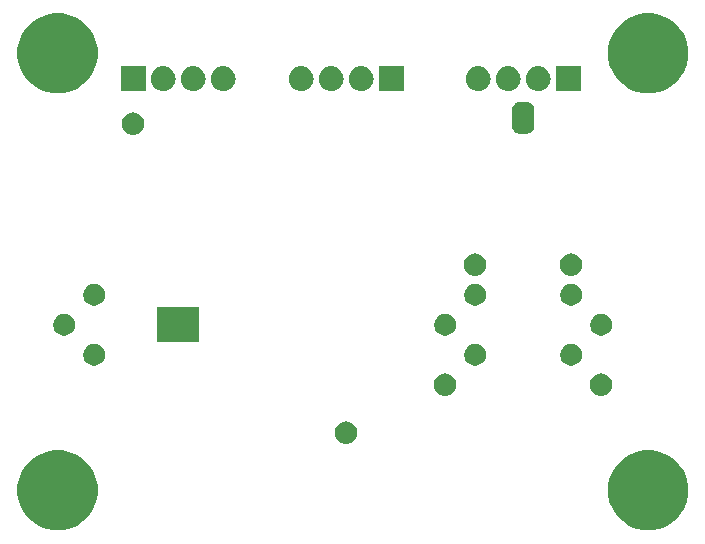
<source format=gbr>
G04 #@! TF.GenerationSoftware,KiCad,Pcbnew,6.0.0-rc1-unknown-r13783-618182dc*
G04 #@! TF.CreationDate,2018-09-26T19:15:08+03:00*
G04 #@! TF.ProjectId,vfd-ps,7666642D70732E6B696361645F706362,A*
G04 #@! TF.SameCoordinates,Original*
G04 #@! TF.FileFunction,Soldermask,Bot*
G04 #@! TF.FilePolarity,Negative*
%FSLAX46Y46*%
G04 Gerber Fmt 4.6, Leading zero omitted, Abs format (unit mm)*
G04 Created by KiCad (PCBNEW 6.0.0-rc1-unknown-r13783-618182dc) date Wed Sep 26 19:15:08 2018*
%MOMM*%
%LPD*%
G01*
G04 APERTURE LIST*
%ADD10C,0.100000*%
G04 APERTURE END LIST*
D10*
G36*
X122991743Y-112730660D02*
X123610503Y-112986958D01*
X124167377Y-113359050D01*
X124640950Y-113832623D01*
X125013042Y-114389497D01*
X125269340Y-115008257D01*
X125400000Y-115665128D01*
X125400000Y-116334872D01*
X125269340Y-116991743D01*
X125013042Y-117610503D01*
X124640950Y-118167377D01*
X124167377Y-118640950D01*
X123610503Y-119013042D01*
X122991743Y-119269340D01*
X122334872Y-119400000D01*
X121665128Y-119400000D01*
X121008257Y-119269340D01*
X120389497Y-119013042D01*
X119832623Y-118640950D01*
X119359050Y-118167377D01*
X118986958Y-117610503D01*
X118730660Y-116991743D01*
X118600000Y-116334872D01*
X118600000Y-115665128D01*
X118730660Y-115008257D01*
X118986958Y-114389497D01*
X119359050Y-113832623D01*
X119832623Y-113359050D01*
X120389497Y-112986958D01*
X121008257Y-112730660D01*
X121665128Y-112600000D01*
X122334872Y-112600000D01*
X122991743Y-112730660D01*
X122991743Y-112730660D01*
G37*
G36*
X172991743Y-112730660D02*
X173610503Y-112986958D01*
X174167377Y-113359050D01*
X174640950Y-113832623D01*
X175013042Y-114389497D01*
X175269340Y-115008257D01*
X175400000Y-115665128D01*
X175400000Y-116334872D01*
X175269340Y-116991743D01*
X175013042Y-117610503D01*
X174640950Y-118167377D01*
X174167377Y-118640950D01*
X173610503Y-119013042D01*
X172991743Y-119269340D01*
X172334872Y-119400000D01*
X171665128Y-119400000D01*
X171008257Y-119269340D01*
X170389497Y-119013042D01*
X169832623Y-118640950D01*
X169359050Y-118167377D01*
X168986958Y-117610503D01*
X168730660Y-116991743D01*
X168600000Y-116334872D01*
X168600000Y-115665128D01*
X168730660Y-115008257D01*
X168986958Y-114389497D01*
X169359050Y-113832623D01*
X169832623Y-113359050D01*
X170389497Y-112986958D01*
X171008257Y-112730660D01*
X171665128Y-112600000D01*
X172334872Y-112600000D01*
X172991743Y-112730660D01*
X172991743Y-112730660D01*
G37*
G36*
X146570451Y-110184127D02*
X146708105Y-110211508D01*
X146880994Y-110283121D01*
X147036590Y-110387087D01*
X147168913Y-110519410D01*
X147272879Y-110675006D01*
X147344492Y-110847895D01*
X147381000Y-111031433D01*
X147381000Y-111218567D01*
X147344492Y-111402105D01*
X147272879Y-111574994D01*
X147168913Y-111730590D01*
X147036590Y-111862913D01*
X146880994Y-111966879D01*
X146708105Y-112038492D01*
X146570452Y-112065873D01*
X146524568Y-112075000D01*
X146337432Y-112075000D01*
X146291548Y-112065873D01*
X146153895Y-112038492D01*
X145981006Y-111966879D01*
X145825410Y-111862913D01*
X145693087Y-111730590D01*
X145589121Y-111574994D01*
X145517508Y-111402105D01*
X145481000Y-111218567D01*
X145481000Y-111031433D01*
X145517508Y-110847895D01*
X145589121Y-110675006D01*
X145693087Y-110519410D01*
X145825410Y-110387087D01*
X145981006Y-110283121D01*
X146153895Y-110211508D01*
X146291549Y-110184127D01*
X146337432Y-110175000D01*
X146524568Y-110175000D01*
X146570451Y-110184127D01*
X146570451Y-110184127D01*
G37*
G36*
X154952451Y-106120127D02*
X155090105Y-106147508D01*
X155262994Y-106219121D01*
X155418590Y-106323087D01*
X155550913Y-106455410D01*
X155654879Y-106611006D01*
X155726492Y-106783895D01*
X155763000Y-106967433D01*
X155763000Y-107154567D01*
X155726492Y-107338105D01*
X155654879Y-107510994D01*
X155550913Y-107666590D01*
X155418590Y-107798913D01*
X155262994Y-107902879D01*
X155090105Y-107974492D01*
X154952451Y-108001873D01*
X154906568Y-108011000D01*
X154719432Y-108011000D01*
X154673549Y-108001873D01*
X154535895Y-107974492D01*
X154363006Y-107902879D01*
X154207410Y-107798913D01*
X154075087Y-107666590D01*
X153971121Y-107510994D01*
X153899508Y-107338105D01*
X153863000Y-107154567D01*
X153863000Y-106967433D01*
X153899508Y-106783895D01*
X153971121Y-106611006D01*
X154075087Y-106455410D01*
X154207410Y-106323087D01*
X154363006Y-106219121D01*
X154535895Y-106147508D01*
X154673548Y-106120127D01*
X154719432Y-106111000D01*
X154906568Y-106111000D01*
X154952451Y-106120127D01*
X154952451Y-106120127D01*
G37*
G36*
X168160451Y-106120127D02*
X168298105Y-106147508D01*
X168470994Y-106219121D01*
X168626590Y-106323087D01*
X168758913Y-106455410D01*
X168862879Y-106611006D01*
X168934492Y-106783895D01*
X168971000Y-106967433D01*
X168971000Y-107154567D01*
X168934492Y-107338105D01*
X168862879Y-107510994D01*
X168758913Y-107666590D01*
X168626590Y-107798913D01*
X168470994Y-107902879D01*
X168298105Y-107974492D01*
X168160451Y-108001873D01*
X168114568Y-108011000D01*
X167927432Y-108011000D01*
X167881549Y-108001873D01*
X167743895Y-107974492D01*
X167571006Y-107902879D01*
X167415410Y-107798913D01*
X167283087Y-107666590D01*
X167179121Y-107510994D01*
X167107508Y-107338105D01*
X167071000Y-107154567D01*
X167071000Y-106967433D01*
X167107508Y-106783895D01*
X167179121Y-106611006D01*
X167283087Y-106455410D01*
X167415410Y-106323087D01*
X167571006Y-106219121D01*
X167743895Y-106147508D01*
X167881548Y-106120127D01*
X167927432Y-106111000D01*
X168114568Y-106111000D01*
X168160451Y-106120127D01*
X168160451Y-106120127D01*
G37*
G36*
X157621353Y-103636355D02*
X157788784Y-103705707D01*
X157939466Y-103806390D01*
X158067610Y-103934534D01*
X158168293Y-104085216D01*
X158237645Y-104252647D01*
X158273000Y-104430387D01*
X158273000Y-104611613D01*
X158237645Y-104789353D01*
X158168293Y-104956784D01*
X158067610Y-105107466D01*
X157939466Y-105235610D01*
X157788784Y-105336293D01*
X157621353Y-105405645D01*
X157443613Y-105441000D01*
X157262387Y-105441000D01*
X157084647Y-105405645D01*
X156917216Y-105336293D01*
X156766534Y-105235610D01*
X156638390Y-105107466D01*
X156537707Y-104956784D01*
X156468355Y-104789353D01*
X156433000Y-104611613D01*
X156433000Y-104430387D01*
X156468355Y-104252647D01*
X156537707Y-104085216D01*
X156638390Y-103934534D01*
X156766534Y-103806390D01*
X156917216Y-103705707D01*
X157084647Y-103636355D01*
X157262387Y-103601000D01*
X157443613Y-103601000D01*
X157621353Y-103636355D01*
X157621353Y-103636355D01*
G37*
G36*
X165749353Y-103636355D02*
X165916784Y-103705707D01*
X166067466Y-103806390D01*
X166195610Y-103934534D01*
X166296293Y-104085216D01*
X166365645Y-104252647D01*
X166401000Y-104430387D01*
X166401000Y-104611613D01*
X166365645Y-104789353D01*
X166296293Y-104956784D01*
X166195610Y-105107466D01*
X166067466Y-105235610D01*
X165916784Y-105336293D01*
X165749353Y-105405645D01*
X165571613Y-105441000D01*
X165390387Y-105441000D01*
X165212647Y-105405645D01*
X165045216Y-105336293D01*
X164894534Y-105235610D01*
X164766390Y-105107466D01*
X164665707Y-104956784D01*
X164596355Y-104789353D01*
X164561000Y-104611613D01*
X164561000Y-104430387D01*
X164596355Y-104252647D01*
X164665707Y-104085216D01*
X164766390Y-103934534D01*
X164894534Y-103806390D01*
X165045216Y-103705707D01*
X165212647Y-103636355D01*
X165390387Y-103601000D01*
X165571613Y-103601000D01*
X165749353Y-103636355D01*
X165749353Y-103636355D01*
G37*
G36*
X125363353Y-103636355D02*
X125530784Y-103705707D01*
X125681466Y-103806390D01*
X125809610Y-103934534D01*
X125910293Y-104085216D01*
X125979645Y-104252647D01*
X126015000Y-104430387D01*
X126015000Y-104611613D01*
X125979645Y-104789353D01*
X125910293Y-104956784D01*
X125809610Y-105107466D01*
X125681466Y-105235610D01*
X125530784Y-105336293D01*
X125363353Y-105405645D01*
X125185613Y-105441000D01*
X125004387Y-105441000D01*
X124826647Y-105405645D01*
X124659216Y-105336293D01*
X124508534Y-105235610D01*
X124380390Y-105107466D01*
X124279707Y-104956784D01*
X124210355Y-104789353D01*
X124175000Y-104611613D01*
X124175000Y-104430387D01*
X124210355Y-104252647D01*
X124279707Y-104085216D01*
X124380390Y-103934534D01*
X124508534Y-103806390D01*
X124659216Y-103705707D01*
X124826647Y-103636355D01*
X125004387Y-103601000D01*
X125185613Y-103601000D01*
X125363353Y-103636355D01*
X125363353Y-103636355D01*
G37*
G36*
X133957000Y-103481000D02*
X130457000Y-103481000D01*
X130457000Y-100481000D01*
X133957000Y-100481000D01*
X133957000Y-103481000D01*
X133957000Y-103481000D01*
G37*
G36*
X168289353Y-101096355D02*
X168456784Y-101165707D01*
X168607466Y-101266390D01*
X168735610Y-101394534D01*
X168836293Y-101545216D01*
X168905645Y-101712647D01*
X168941000Y-101890387D01*
X168941000Y-102071613D01*
X168905645Y-102249353D01*
X168836293Y-102416784D01*
X168735610Y-102567466D01*
X168607466Y-102695610D01*
X168456784Y-102796293D01*
X168289353Y-102865645D01*
X168111613Y-102901000D01*
X167930387Y-102901000D01*
X167752647Y-102865645D01*
X167585216Y-102796293D01*
X167434534Y-102695610D01*
X167306390Y-102567466D01*
X167205707Y-102416784D01*
X167136355Y-102249353D01*
X167101000Y-102071613D01*
X167101000Y-101890387D01*
X167136355Y-101712647D01*
X167205707Y-101545216D01*
X167306390Y-101394534D01*
X167434534Y-101266390D01*
X167585216Y-101165707D01*
X167752647Y-101096355D01*
X167930387Y-101061000D01*
X168111613Y-101061000D01*
X168289353Y-101096355D01*
X168289353Y-101096355D01*
G37*
G36*
X122823353Y-101096355D02*
X122990784Y-101165707D01*
X123141466Y-101266390D01*
X123269610Y-101394534D01*
X123370293Y-101545216D01*
X123439645Y-101712647D01*
X123475000Y-101890387D01*
X123475000Y-102071613D01*
X123439645Y-102249353D01*
X123370293Y-102416784D01*
X123269610Y-102567466D01*
X123141466Y-102695610D01*
X122990784Y-102796293D01*
X122823353Y-102865645D01*
X122645613Y-102901000D01*
X122464387Y-102901000D01*
X122286647Y-102865645D01*
X122119216Y-102796293D01*
X121968534Y-102695610D01*
X121840390Y-102567466D01*
X121739707Y-102416784D01*
X121670355Y-102249353D01*
X121635000Y-102071613D01*
X121635000Y-101890387D01*
X121670355Y-101712647D01*
X121739707Y-101545216D01*
X121840390Y-101394534D01*
X121968534Y-101266390D01*
X122119216Y-101165707D01*
X122286647Y-101096355D01*
X122464387Y-101061000D01*
X122645613Y-101061000D01*
X122823353Y-101096355D01*
X122823353Y-101096355D01*
G37*
G36*
X155081353Y-101096355D02*
X155248784Y-101165707D01*
X155399466Y-101266390D01*
X155527610Y-101394534D01*
X155628293Y-101545216D01*
X155697645Y-101712647D01*
X155733000Y-101890387D01*
X155733000Y-102071613D01*
X155697645Y-102249353D01*
X155628293Y-102416784D01*
X155527610Y-102567466D01*
X155399466Y-102695610D01*
X155248784Y-102796293D01*
X155081353Y-102865645D01*
X154903613Y-102901000D01*
X154722387Y-102901000D01*
X154544647Y-102865645D01*
X154377216Y-102796293D01*
X154226534Y-102695610D01*
X154098390Y-102567466D01*
X153997707Y-102416784D01*
X153928355Y-102249353D01*
X153893000Y-102071613D01*
X153893000Y-101890387D01*
X153928355Y-101712647D01*
X153997707Y-101545216D01*
X154098390Y-101394534D01*
X154226534Y-101266390D01*
X154377216Y-101165707D01*
X154544647Y-101096355D01*
X154722387Y-101061000D01*
X154903613Y-101061000D01*
X155081353Y-101096355D01*
X155081353Y-101096355D01*
G37*
G36*
X125363353Y-98556355D02*
X125530784Y-98625707D01*
X125681466Y-98726390D01*
X125809610Y-98854534D01*
X125910293Y-99005216D01*
X125979645Y-99172647D01*
X126015000Y-99350387D01*
X126015000Y-99531613D01*
X125979645Y-99709353D01*
X125910293Y-99876784D01*
X125809610Y-100027466D01*
X125681466Y-100155610D01*
X125530784Y-100256293D01*
X125363353Y-100325645D01*
X125185613Y-100361000D01*
X125004387Y-100361000D01*
X124826647Y-100325645D01*
X124659216Y-100256293D01*
X124508534Y-100155610D01*
X124380390Y-100027466D01*
X124279707Y-99876784D01*
X124210355Y-99709353D01*
X124175000Y-99531613D01*
X124175000Y-99350387D01*
X124210355Y-99172647D01*
X124279707Y-99005216D01*
X124380390Y-98854534D01*
X124508534Y-98726390D01*
X124659216Y-98625707D01*
X124826647Y-98556355D01*
X125004387Y-98521000D01*
X125185613Y-98521000D01*
X125363353Y-98556355D01*
X125363353Y-98556355D01*
G37*
G36*
X157621353Y-98556355D02*
X157788784Y-98625707D01*
X157939466Y-98726390D01*
X158067610Y-98854534D01*
X158168293Y-99005216D01*
X158237645Y-99172647D01*
X158273000Y-99350387D01*
X158273000Y-99531613D01*
X158237645Y-99709353D01*
X158168293Y-99876784D01*
X158067610Y-100027466D01*
X157939466Y-100155610D01*
X157788784Y-100256293D01*
X157621353Y-100325645D01*
X157443613Y-100361000D01*
X157262387Y-100361000D01*
X157084647Y-100325645D01*
X156917216Y-100256293D01*
X156766534Y-100155610D01*
X156638390Y-100027466D01*
X156537707Y-99876784D01*
X156468355Y-99709353D01*
X156433000Y-99531613D01*
X156433000Y-99350387D01*
X156468355Y-99172647D01*
X156537707Y-99005216D01*
X156638390Y-98854534D01*
X156766534Y-98726390D01*
X156917216Y-98625707D01*
X157084647Y-98556355D01*
X157262387Y-98521000D01*
X157443613Y-98521000D01*
X157621353Y-98556355D01*
X157621353Y-98556355D01*
G37*
G36*
X165749353Y-98556355D02*
X165916784Y-98625707D01*
X166067466Y-98726390D01*
X166195610Y-98854534D01*
X166296293Y-99005216D01*
X166365645Y-99172647D01*
X166401000Y-99350387D01*
X166401000Y-99531613D01*
X166365645Y-99709353D01*
X166296293Y-99876784D01*
X166195610Y-100027466D01*
X166067466Y-100155610D01*
X165916784Y-100256293D01*
X165749353Y-100325645D01*
X165571613Y-100361000D01*
X165390387Y-100361000D01*
X165212647Y-100325645D01*
X165045216Y-100256293D01*
X164894534Y-100155610D01*
X164766390Y-100027466D01*
X164665707Y-99876784D01*
X164596355Y-99709353D01*
X164561000Y-99531613D01*
X164561000Y-99350387D01*
X164596355Y-99172647D01*
X164665707Y-99005216D01*
X164766390Y-98854534D01*
X164894534Y-98726390D01*
X165045216Y-98625707D01*
X165212647Y-98556355D01*
X165390387Y-98521000D01*
X165571613Y-98521000D01*
X165749353Y-98556355D01*
X165749353Y-98556355D01*
G37*
G36*
X157492452Y-95960127D02*
X157630105Y-95987508D01*
X157802994Y-96059121D01*
X157958590Y-96163087D01*
X158090913Y-96295410D01*
X158194879Y-96451006D01*
X158266492Y-96623895D01*
X158303000Y-96807433D01*
X158303000Y-96994567D01*
X158266492Y-97178105D01*
X158194879Y-97350994D01*
X158090913Y-97506590D01*
X157958590Y-97638913D01*
X157802994Y-97742879D01*
X157630105Y-97814492D01*
X157492452Y-97841873D01*
X157446568Y-97851000D01*
X157259432Y-97851000D01*
X157213548Y-97841873D01*
X157075895Y-97814492D01*
X156903006Y-97742879D01*
X156747410Y-97638913D01*
X156615087Y-97506590D01*
X156511121Y-97350994D01*
X156439508Y-97178105D01*
X156403000Y-96994567D01*
X156403000Y-96807433D01*
X156439508Y-96623895D01*
X156511121Y-96451006D01*
X156615087Y-96295410D01*
X156747410Y-96163087D01*
X156903006Y-96059121D01*
X157075895Y-95987508D01*
X157213548Y-95960127D01*
X157259432Y-95951000D01*
X157446568Y-95951000D01*
X157492452Y-95960127D01*
X157492452Y-95960127D01*
G37*
G36*
X165620452Y-95960127D02*
X165758105Y-95987508D01*
X165930994Y-96059121D01*
X166086590Y-96163087D01*
X166218913Y-96295410D01*
X166322879Y-96451006D01*
X166394492Y-96623895D01*
X166431000Y-96807433D01*
X166431000Y-96994567D01*
X166394492Y-97178105D01*
X166322879Y-97350994D01*
X166218913Y-97506590D01*
X166086590Y-97638913D01*
X165930994Y-97742879D01*
X165758105Y-97814492D01*
X165620452Y-97841873D01*
X165574568Y-97851000D01*
X165387432Y-97851000D01*
X165341548Y-97841873D01*
X165203895Y-97814492D01*
X165031006Y-97742879D01*
X164875410Y-97638913D01*
X164743087Y-97506590D01*
X164639121Y-97350994D01*
X164567508Y-97178105D01*
X164531000Y-96994567D01*
X164531000Y-96807433D01*
X164567508Y-96623895D01*
X164639121Y-96451006D01*
X164743087Y-96295410D01*
X164875410Y-96163087D01*
X165031006Y-96059121D01*
X165203895Y-95987508D01*
X165341548Y-95960127D01*
X165387432Y-95951000D01*
X165574568Y-95951000D01*
X165620452Y-95960127D01*
X165620452Y-95960127D01*
G37*
G36*
X128536452Y-84022127D02*
X128674105Y-84049508D01*
X128846994Y-84121121D01*
X129002590Y-84225087D01*
X129134913Y-84357410D01*
X129238879Y-84513006D01*
X129310492Y-84685895D01*
X129347000Y-84869433D01*
X129347000Y-85056567D01*
X129310492Y-85240105D01*
X129238879Y-85412994D01*
X129134913Y-85568590D01*
X129002590Y-85700913D01*
X128846994Y-85804879D01*
X128674105Y-85876492D01*
X128536452Y-85903873D01*
X128490568Y-85913000D01*
X128303432Y-85913000D01*
X128257549Y-85903873D01*
X128119895Y-85876492D01*
X127947006Y-85804879D01*
X127791410Y-85700913D01*
X127659087Y-85568590D01*
X127555121Y-85412994D01*
X127483508Y-85240105D01*
X127447000Y-85056567D01*
X127447000Y-84869433D01*
X127483508Y-84685895D01*
X127555121Y-84513006D01*
X127659087Y-84357410D01*
X127791410Y-84225087D01*
X127947006Y-84121121D01*
X128119895Y-84049508D01*
X128257548Y-84022127D01*
X128303432Y-84013000D01*
X128490568Y-84013000D01*
X128536452Y-84022127D01*
X128536452Y-84022127D01*
G37*
G36*
X161679197Y-83105233D02*
X161691449Y-83105835D01*
X161709869Y-83105835D01*
X161761358Y-83110906D01*
X161845443Y-83127632D01*
X161879168Y-83137862D01*
X161889048Y-83140859D01*
X161889050Y-83140860D01*
X161894955Y-83142651D01*
X161974164Y-83175460D01*
X162019787Y-83199846D01*
X162091082Y-83247484D01*
X162131076Y-83280306D01*
X162191694Y-83340924D01*
X162224516Y-83380918D01*
X162272154Y-83452213D01*
X162296540Y-83497836D01*
X162329349Y-83577045D01*
X162344368Y-83626557D01*
X162361094Y-83710642D01*
X162366165Y-83762131D01*
X162366165Y-83780551D01*
X162366767Y-83792803D01*
X162368573Y-83811140D01*
X162368573Y-84298860D01*
X162364107Y-84344203D01*
X162364106Y-84344206D01*
X162364106Y-84344207D01*
X162360101Y-84357410D01*
X162352668Y-84381913D01*
X162345097Y-84396078D01*
X162335720Y-84418717D01*
X162330940Y-84442750D01*
X162330940Y-84467255D01*
X162335721Y-84491288D01*
X162345097Y-84513922D01*
X162352668Y-84528087D01*
X162364107Y-84565797D01*
X162368573Y-84611140D01*
X162368573Y-85098860D01*
X162366767Y-85117197D01*
X162366165Y-85129449D01*
X162366165Y-85147869D01*
X162361094Y-85199358D01*
X162344368Y-85283443D01*
X162329349Y-85332955D01*
X162296540Y-85412164D01*
X162272154Y-85457787D01*
X162224516Y-85529082D01*
X162191694Y-85569076D01*
X162131076Y-85629694D01*
X162091082Y-85662516D01*
X162019787Y-85710154D01*
X161974164Y-85734540D01*
X161894955Y-85767349D01*
X161889050Y-85769140D01*
X161889048Y-85769141D01*
X161879168Y-85772138D01*
X161845443Y-85782368D01*
X161761358Y-85799094D01*
X161709869Y-85804165D01*
X161691449Y-85804165D01*
X161679197Y-85804767D01*
X161660860Y-85806573D01*
X161173140Y-85806573D01*
X161154803Y-85804767D01*
X161142551Y-85804165D01*
X161124131Y-85804165D01*
X161072642Y-85799094D01*
X160988557Y-85782368D01*
X160954832Y-85772138D01*
X160944952Y-85769141D01*
X160944950Y-85769140D01*
X160939045Y-85767349D01*
X160859836Y-85734540D01*
X160814213Y-85710154D01*
X160742918Y-85662516D01*
X160702924Y-85629694D01*
X160642306Y-85569076D01*
X160609484Y-85529082D01*
X160561846Y-85457787D01*
X160537460Y-85412164D01*
X160504651Y-85332955D01*
X160489632Y-85283443D01*
X160472906Y-85199358D01*
X160467835Y-85147869D01*
X160467835Y-85129449D01*
X160467233Y-85117197D01*
X160465427Y-85098860D01*
X160465427Y-84611140D01*
X160469893Y-84565797D01*
X160481332Y-84528087D01*
X160488903Y-84513922D01*
X160498280Y-84491283D01*
X160503060Y-84467250D01*
X160503060Y-84442745D01*
X160498279Y-84418712D01*
X160488903Y-84396078D01*
X160481332Y-84381913D01*
X160473899Y-84357410D01*
X160469894Y-84344207D01*
X160469894Y-84344206D01*
X160469893Y-84344203D01*
X160465427Y-84298860D01*
X160465427Y-83811140D01*
X160467233Y-83792803D01*
X160467835Y-83780551D01*
X160467835Y-83762131D01*
X160472906Y-83710642D01*
X160489632Y-83626557D01*
X160504651Y-83577045D01*
X160537460Y-83497836D01*
X160561846Y-83452213D01*
X160609484Y-83380918D01*
X160642306Y-83340924D01*
X160702924Y-83280306D01*
X160742918Y-83247484D01*
X160814213Y-83199846D01*
X160859836Y-83175460D01*
X160939045Y-83142651D01*
X160944950Y-83140860D01*
X160944952Y-83140859D01*
X160954832Y-83137862D01*
X160988557Y-83127632D01*
X161072642Y-83110906D01*
X161124131Y-83105835D01*
X161142551Y-83105835D01*
X161154803Y-83105233D01*
X161173140Y-83103427D01*
X161660860Y-83103427D01*
X161679197Y-83105233D01*
X161679197Y-83105233D01*
G37*
G36*
X122991743Y-75730660D02*
X123610503Y-75986958D01*
X124167377Y-76359050D01*
X124640950Y-76832623D01*
X125013042Y-77389497D01*
X125269340Y-78008257D01*
X125400000Y-78665128D01*
X125400000Y-79334872D01*
X125269340Y-79991743D01*
X125013042Y-80610503D01*
X124640950Y-81167377D01*
X124167377Y-81640950D01*
X123610503Y-82013042D01*
X122991743Y-82269340D01*
X122334872Y-82400000D01*
X121665128Y-82400000D01*
X121008257Y-82269340D01*
X120389497Y-82013042D01*
X119832623Y-81640950D01*
X119359050Y-81167377D01*
X118986958Y-80610503D01*
X118730660Y-79991743D01*
X118600000Y-79334872D01*
X118600000Y-78665128D01*
X118730660Y-78008257D01*
X118986958Y-77389497D01*
X119359050Y-76832623D01*
X119832623Y-76359050D01*
X120389497Y-75986958D01*
X121008257Y-75730660D01*
X121665128Y-75600000D01*
X122334872Y-75600000D01*
X122991743Y-75730660D01*
X122991743Y-75730660D01*
G37*
G36*
X172991743Y-75730660D02*
X173610503Y-75986958D01*
X174167377Y-76359050D01*
X174640950Y-76832623D01*
X175013042Y-77389497D01*
X175269340Y-78008257D01*
X175400000Y-78665128D01*
X175400000Y-79334872D01*
X175269340Y-79991743D01*
X175013042Y-80610503D01*
X174640950Y-81167377D01*
X174167377Y-81640950D01*
X173610503Y-82013042D01*
X172991743Y-82269340D01*
X172334872Y-82400000D01*
X171665128Y-82400000D01*
X171008257Y-82269340D01*
X170389497Y-82013042D01*
X169832623Y-81640950D01*
X169359050Y-81167377D01*
X168986958Y-80610503D01*
X168730660Y-79991743D01*
X168600000Y-79334872D01*
X168600000Y-78665128D01*
X168730660Y-78008257D01*
X168986958Y-77389497D01*
X169359050Y-76832623D01*
X169832623Y-76359050D01*
X170389497Y-75986958D01*
X171008257Y-75730660D01*
X171665128Y-75600000D01*
X172334872Y-75600000D01*
X172991743Y-75730660D01*
X172991743Y-75730660D01*
G37*
G36*
X129447000Y-82203000D02*
X127347000Y-82203000D01*
X127347000Y-80103000D01*
X129447000Y-80103000D01*
X129447000Y-82203000D01*
X129447000Y-82203000D01*
G37*
G36*
X131065707Y-80110596D02*
X131142836Y-80118193D01*
X131274787Y-80158220D01*
X131340763Y-80178233D01*
X131523172Y-80275733D01*
X131683054Y-80406946D01*
X131814267Y-80566828D01*
X131911767Y-80749237D01*
X131931780Y-80815213D01*
X131971807Y-80947164D01*
X131992080Y-81153000D01*
X131971807Y-81358836D01*
X131941394Y-81459095D01*
X131911767Y-81556763D01*
X131814267Y-81739172D01*
X131683054Y-81899054D01*
X131523172Y-82030267D01*
X131340763Y-82127767D01*
X131274787Y-82147780D01*
X131142836Y-82187807D01*
X131065707Y-82195403D01*
X130988580Y-82203000D01*
X130885420Y-82203000D01*
X130808293Y-82195403D01*
X130731164Y-82187807D01*
X130599213Y-82147780D01*
X130533237Y-82127767D01*
X130350828Y-82030267D01*
X130190946Y-81899054D01*
X130059733Y-81739172D01*
X129962233Y-81556763D01*
X129932606Y-81459095D01*
X129902193Y-81358836D01*
X129881920Y-81153000D01*
X129902193Y-80947164D01*
X129942220Y-80815213D01*
X129962233Y-80749237D01*
X130059733Y-80566828D01*
X130190946Y-80406946D01*
X130350828Y-80275733D01*
X130533237Y-80178233D01*
X130599213Y-80158220D01*
X130731164Y-80118193D01*
X130808293Y-80110596D01*
X130885420Y-80103000D01*
X130988580Y-80103000D01*
X131065707Y-80110596D01*
X131065707Y-80110596D01*
G37*
G36*
X133605707Y-80110596D02*
X133682836Y-80118193D01*
X133814787Y-80158220D01*
X133880763Y-80178233D01*
X134063172Y-80275733D01*
X134223054Y-80406946D01*
X134354267Y-80566828D01*
X134451767Y-80749237D01*
X134471780Y-80815213D01*
X134511807Y-80947164D01*
X134532080Y-81153000D01*
X134511807Y-81358836D01*
X134481394Y-81459095D01*
X134451767Y-81556763D01*
X134354267Y-81739172D01*
X134223054Y-81899054D01*
X134063172Y-82030267D01*
X133880763Y-82127767D01*
X133814787Y-82147780D01*
X133682836Y-82187807D01*
X133605707Y-82195403D01*
X133528580Y-82203000D01*
X133425420Y-82203000D01*
X133348293Y-82195403D01*
X133271164Y-82187807D01*
X133139213Y-82147780D01*
X133073237Y-82127767D01*
X132890828Y-82030267D01*
X132730946Y-81899054D01*
X132599733Y-81739172D01*
X132502233Y-81556763D01*
X132472606Y-81459095D01*
X132442193Y-81358836D01*
X132421920Y-81153000D01*
X132442193Y-80947164D01*
X132482220Y-80815213D01*
X132502233Y-80749237D01*
X132599733Y-80566828D01*
X132730946Y-80406946D01*
X132890828Y-80275733D01*
X133073237Y-80178233D01*
X133139213Y-80158220D01*
X133271164Y-80118193D01*
X133348293Y-80110596D01*
X133425420Y-80103000D01*
X133528580Y-80103000D01*
X133605707Y-80110596D01*
X133605707Y-80110596D01*
G37*
G36*
X142749707Y-80110596D02*
X142826836Y-80118193D01*
X142958787Y-80158220D01*
X143024763Y-80178233D01*
X143207172Y-80275733D01*
X143367054Y-80406946D01*
X143498267Y-80566828D01*
X143595767Y-80749237D01*
X143615780Y-80815213D01*
X143655807Y-80947164D01*
X143676080Y-81153000D01*
X143655807Y-81358836D01*
X143625394Y-81459095D01*
X143595767Y-81556763D01*
X143498267Y-81739172D01*
X143367054Y-81899054D01*
X143207172Y-82030267D01*
X143024763Y-82127767D01*
X142958787Y-82147780D01*
X142826836Y-82187807D01*
X142749707Y-82195403D01*
X142672580Y-82203000D01*
X142569420Y-82203000D01*
X142492293Y-82195403D01*
X142415164Y-82187807D01*
X142283213Y-82147780D01*
X142217237Y-82127767D01*
X142034828Y-82030267D01*
X141874946Y-81899054D01*
X141743733Y-81739172D01*
X141646233Y-81556763D01*
X141616606Y-81459095D01*
X141586193Y-81358836D01*
X141565920Y-81153000D01*
X141586193Y-80947164D01*
X141626220Y-80815213D01*
X141646233Y-80749237D01*
X141743733Y-80566828D01*
X141874946Y-80406946D01*
X142034828Y-80275733D01*
X142217237Y-80178233D01*
X142283213Y-80158220D01*
X142415164Y-80118193D01*
X142492293Y-80110596D01*
X142569420Y-80103000D01*
X142672580Y-80103000D01*
X142749707Y-80110596D01*
X142749707Y-80110596D01*
G37*
G36*
X166277000Y-82203000D02*
X164177000Y-82203000D01*
X164177000Y-80103000D01*
X166277000Y-80103000D01*
X166277000Y-82203000D01*
X166277000Y-82203000D01*
G37*
G36*
X145289707Y-80110596D02*
X145366836Y-80118193D01*
X145498787Y-80158220D01*
X145564763Y-80178233D01*
X145747172Y-80275733D01*
X145907054Y-80406946D01*
X146038267Y-80566828D01*
X146135767Y-80749237D01*
X146155780Y-80815213D01*
X146195807Y-80947164D01*
X146216080Y-81153000D01*
X146195807Y-81358836D01*
X146165394Y-81459095D01*
X146135767Y-81556763D01*
X146038267Y-81739172D01*
X145907054Y-81899054D01*
X145747172Y-82030267D01*
X145564763Y-82127767D01*
X145498787Y-82147780D01*
X145366836Y-82187807D01*
X145289707Y-82195403D01*
X145212580Y-82203000D01*
X145109420Y-82203000D01*
X145032293Y-82195403D01*
X144955164Y-82187807D01*
X144823213Y-82147780D01*
X144757237Y-82127767D01*
X144574828Y-82030267D01*
X144414946Y-81899054D01*
X144283733Y-81739172D01*
X144186233Y-81556763D01*
X144156606Y-81459095D01*
X144126193Y-81358836D01*
X144105920Y-81153000D01*
X144126193Y-80947164D01*
X144166220Y-80815213D01*
X144186233Y-80749237D01*
X144283733Y-80566828D01*
X144414946Y-80406946D01*
X144574828Y-80275733D01*
X144757237Y-80178233D01*
X144823213Y-80158220D01*
X144955164Y-80118193D01*
X145032293Y-80110596D01*
X145109420Y-80103000D01*
X145212580Y-80103000D01*
X145289707Y-80110596D01*
X145289707Y-80110596D01*
G37*
G36*
X147829707Y-80110596D02*
X147906836Y-80118193D01*
X148038787Y-80158220D01*
X148104763Y-80178233D01*
X148287172Y-80275733D01*
X148447054Y-80406946D01*
X148578267Y-80566828D01*
X148675767Y-80749237D01*
X148695780Y-80815213D01*
X148735807Y-80947164D01*
X148756080Y-81153000D01*
X148735807Y-81358836D01*
X148705394Y-81459095D01*
X148675767Y-81556763D01*
X148578267Y-81739172D01*
X148447054Y-81899054D01*
X148287172Y-82030267D01*
X148104763Y-82127767D01*
X148038787Y-82147780D01*
X147906836Y-82187807D01*
X147829707Y-82195403D01*
X147752580Y-82203000D01*
X147649420Y-82203000D01*
X147572293Y-82195403D01*
X147495164Y-82187807D01*
X147363213Y-82147780D01*
X147297237Y-82127767D01*
X147114828Y-82030267D01*
X146954946Y-81899054D01*
X146823733Y-81739172D01*
X146726233Y-81556763D01*
X146696606Y-81459095D01*
X146666193Y-81358836D01*
X146645920Y-81153000D01*
X146666193Y-80947164D01*
X146706220Y-80815213D01*
X146726233Y-80749237D01*
X146823733Y-80566828D01*
X146954946Y-80406946D01*
X147114828Y-80275733D01*
X147297237Y-80178233D01*
X147363213Y-80158220D01*
X147495164Y-80118193D01*
X147572293Y-80110596D01*
X147649420Y-80103000D01*
X147752580Y-80103000D01*
X147829707Y-80110596D01*
X147829707Y-80110596D01*
G37*
G36*
X151291000Y-82203000D02*
X149191000Y-82203000D01*
X149191000Y-80103000D01*
X151291000Y-80103000D01*
X151291000Y-82203000D01*
X151291000Y-82203000D01*
G37*
G36*
X157735707Y-80110596D02*
X157812836Y-80118193D01*
X157944787Y-80158220D01*
X158010763Y-80178233D01*
X158193172Y-80275733D01*
X158353054Y-80406946D01*
X158484267Y-80566828D01*
X158581767Y-80749237D01*
X158601780Y-80815213D01*
X158641807Y-80947164D01*
X158662080Y-81153000D01*
X158641807Y-81358836D01*
X158611394Y-81459095D01*
X158581767Y-81556763D01*
X158484267Y-81739172D01*
X158353054Y-81899054D01*
X158193172Y-82030267D01*
X158010763Y-82127767D01*
X157944787Y-82147780D01*
X157812836Y-82187807D01*
X157735707Y-82195403D01*
X157658580Y-82203000D01*
X157555420Y-82203000D01*
X157478293Y-82195403D01*
X157401164Y-82187807D01*
X157269213Y-82147780D01*
X157203237Y-82127767D01*
X157020828Y-82030267D01*
X156860946Y-81899054D01*
X156729733Y-81739172D01*
X156632233Y-81556763D01*
X156602606Y-81459095D01*
X156572193Y-81358836D01*
X156551920Y-81153000D01*
X156572193Y-80947164D01*
X156612220Y-80815213D01*
X156632233Y-80749237D01*
X156729733Y-80566828D01*
X156860946Y-80406946D01*
X157020828Y-80275733D01*
X157203237Y-80178233D01*
X157269213Y-80158220D01*
X157401164Y-80118193D01*
X157478293Y-80110596D01*
X157555420Y-80103000D01*
X157658580Y-80103000D01*
X157735707Y-80110596D01*
X157735707Y-80110596D01*
G37*
G36*
X160275707Y-80110596D02*
X160352836Y-80118193D01*
X160484787Y-80158220D01*
X160550763Y-80178233D01*
X160733172Y-80275733D01*
X160893054Y-80406946D01*
X161024267Y-80566828D01*
X161121767Y-80749237D01*
X161141780Y-80815213D01*
X161181807Y-80947164D01*
X161202080Y-81153000D01*
X161181807Y-81358836D01*
X161151394Y-81459095D01*
X161121767Y-81556763D01*
X161024267Y-81739172D01*
X160893054Y-81899054D01*
X160733172Y-82030267D01*
X160550763Y-82127767D01*
X160484787Y-82147780D01*
X160352836Y-82187807D01*
X160275707Y-82195403D01*
X160198580Y-82203000D01*
X160095420Y-82203000D01*
X160018293Y-82195403D01*
X159941164Y-82187807D01*
X159809213Y-82147780D01*
X159743237Y-82127767D01*
X159560828Y-82030267D01*
X159400946Y-81899054D01*
X159269733Y-81739172D01*
X159172233Y-81556763D01*
X159142606Y-81459095D01*
X159112193Y-81358836D01*
X159091920Y-81153000D01*
X159112193Y-80947164D01*
X159152220Y-80815213D01*
X159172233Y-80749237D01*
X159269733Y-80566828D01*
X159400946Y-80406946D01*
X159560828Y-80275733D01*
X159743237Y-80178233D01*
X159809213Y-80158220D01*
X159941164Y-80118193D01*
X160018293Y-80110596D01*
X160095420Y-80103000D01*
X160198580Y-80103000D01*
X160275707Y-80110596D01*
X160275707Y-80110596D01*
G37*
G36*
X162815707Y-80110596D02*
X162892836Y-80118193D01*
X163024787Y-80158220D01*
X163090763Y-80178233D01*
X163273172Y-80275733D01*
X163433054Y-80406946D01*
X163564267Y-80566828D01*
X163661767Y-80749237D01*
X163681780Y-80815213D01*
X163721807Y-80947164D01*
X163742080Y-81153000D01*
X163721807Y-81358836D01*
X163691394Y-81459095D01*
X163661767Y-81556763D01*
X163564267Y-81739172D01*
X163433054Y-81899054D01*
X163273172Y-82030267D01*
X163090763Y-82127767D01*
X163024787Y-82147780D01*
X162892836Y-82187807D01*
X162815707Y-82195403D01*
X162738580Y-82203000D01*
X162635420Y-82203000D01*
X162558293Y-82195403D01*
X162481164Y-82187807D01*
X162349213Y-82147780D01*
X162283237Y-82127767D01*
X162100828Y-82030267D01*
X161940946Y-81899054D01*
X161809733Y-81739172D01*
X161712233Y-81556763D01*
X161682606Y-81459095D01*
X161652193Y-81358836D01*
X161631920Y-81153000D01*
X161652193Y-80947164D01*
X161692220Y-80815213D01*
X161712233Y-80749237D01*
X161809733Y-80566828D01*
X161940946Y-80406946D01*
X162100828Y-80275733D01*
X162283237Y-80178233D01*
X162349213Y-80158220D01*
X162481164Y-80118193D01*
X162558293Y-80110596D01*
X162635420Y-80103000D01*
X162738580Y-80103000D01*
X162815707Y-80110596D01*
X162815707Y-80110596D01*
G37*
G36*
X136145707Y-80110596D02*
X136222836Y-80118193D01*
X136354787Y-80158220D01*
X136420763Y-80178233D01*
X136603172Y-80275733D01*
X136763054Y-80406946D01*
X136894267Y-80566828D01*
X136991767Y-80749237D01*
X137011780Y-80815213D01*
X137051807Y-80947164D01*
X137072080Y-81153000D01*
X137051807Y-81358836D01*
X137021394Y-81459095D01*
X136991767Y-81556763D01*
X136894267Y-81739172D01*
X136763054Y-81899054D01*
X136603172Y-82030267D01*
X136420763Y-82127767D01*
X136354787Y-82147780D01*
X136222836Y-82187807D01*
X136145707Y-82195403D01*
X136068580Y-82203000D01*
X135965420Y-82203000D01*
X135888293Y-82195403D01*
X135811164Y-82187807D01*
X135679213Y-82147780D01*
X135613237Y-82127767D01*
X135430828Y-82030267D01*
X135270946Y-81899054D01*
X135139733Y-81739172D01*
X135042233Y-81556763D01*
X135012606Y-81459095D01*
X134982193Y-81358836D01*
X134961920Y-81153000D01*
X134982193Y-80947164D01*
X135022220Y-80815213D01*
X135042233Y-80749237D01*
X135139733Y-80566828D01*
X135270946Y-80406946D01*
X135430828Y-80275733D01*
X135613237Y-80178233D01*
X135679213Y-80158220D01*
X135811164Y-80118193D01*
X135888293Y-80110596D01*
X135965420Y-80103000D01*
X136068580Y-80103000D01*
X136145707Y-80110596D01*
X136145707Y-80110596D01*
G37*
M02*

</source>
